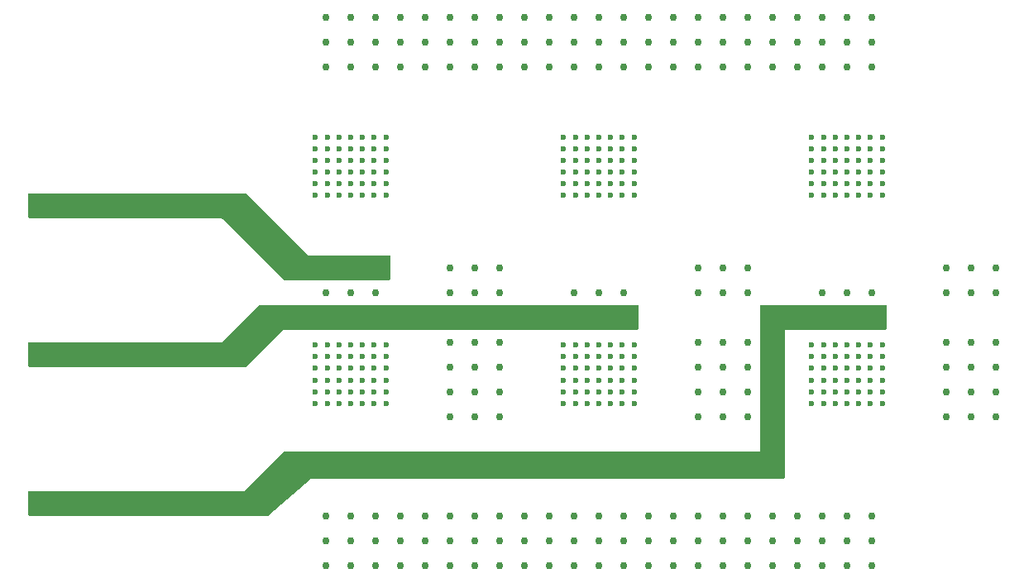
<source format=gbr>
%TF.GenerationSoftware,KiCad,Pcbnew,(7.0.0-0)*%
%TF.CreationDate,2023-06-28T09:11:26-07:00*%
%TF.ProjectId,Power Stage,506f7765-7220-4537-9461-67652e6b6963,rev?*%
%TF.SameCoordinates,Original*%
%TF.FileFunction,Copper,L3,Inr*%
%TF.FilePolarity,Positive*%
%FSLAX46Y46*%
G04 Gerber Fmt 4.6, Leading zero omitted, Abs format (unit mm)*
G04 Created by KiCad (PCBNEW (7.0.0-0)) date 2023-06-28 09:11:26*
%MOMM*%
%LPD*%
G01*
G04 APERTURE LIST*
%TA.AperFunction,ComponentPad*%
%ADD10C,0.600000*%
%TD*%
%TA.AperFunction,ViaPad*%
%ADD11C,0.762000*%
%TD*%
G04 APERTURE END LIST*
D10*
%TO.N,Net-(Q5-S)*%
%TO.C,Q6*%
X229800000Y-106960000D03*
X225000000Y-108160000D03*
X226200000Y-108160000D03*
X229800000Y-109360000D03*
X228600000Y-111760000D03*
X226200000Y-111760000D03*
X231000000Y-108160000D03*
X225000000Y-110560000D03*
X227400000Y-110560000D03*
X228600000Y-106960000D03*
X226200000Y-109360000D03*
X232200000Y-108160000D03*
X231000000Y-112960000D03*
X226200000Y-106960000D03*
X229800000Y-112960000D03*
X226200000Y-112960000D03*
X231000000Y-110560000D03*
X229800000Y-110560000D03*
X231000000Y-106960000D03*
X231000000Y-109360000D03*
X232200000Y-110560000D03*
X229800000Y-108160000D03*
X228600000Y-112960000D03*
X227400000Y-106960000D03*
X225000000Y-112960000D03*
X229800000Y-111760000D03*
X225000000Y-109360000D03*
X231000000Y-111760000D03*
X232200000Y-106960000D03*
X226200000Y-110560000D03*
X227400000Y-109360000D03*
X225000000Y-106960000D03*
X227400000Y-112960000D03*
X228600000Y-108160000D03*
X227400000Y-108160000D03*
X232200000Y-111760000D03*
X227400000Y-111760000D03*
X228600000Y-110560000D03*
X232200000Y-112960000D03*
X228600000Y-109360000D03*
X225000000Y-111760000D03*
X232200000Y-109360000D03*
%TD*%
%TO.N,VS*%
%TO.C,Q5*%
X229800000Y-85668000D03*
X225000000Y-86868000D03*
X226200000Y-86868000D03*
X229800000Y-88068000D03*
X228600000Y-90468000D03*
X226200000Y-90468000D03*
X231000000Y-86868000D03*
X225000000Y-89268000D03*
X227400000Y-89268000D03*
X228600000Y-85668000D03*
X226200000Y-88068000D03*
X232200000Y-86868000D03*
X231000000Y-91668000D03*
X226200000Y-85668000D03*
X229800000Y-91668000D03*
X226200000Y-91668000D03*
X231000000Y-89268000D03*
X229800000Y-89268000D03*
X231000000Y-85668000D03*
X231000000Y-88068000D03*
X232200000Y-89268000D03*
X229800000Y-86868000D03*
X228600000Y-91668000D03*
X227400000Y-85668000D03*
X225000000Y-91668000D03*
X229800000Y-90468000D03*
X225000000Y-88068000D03*
X231000000Y-90468000D03*
X232200000Y-85668000D03*
X226200000Y-89268000D03*
X227400000Y-88068000D03*
X225000000Y-85668000D03*
X227400000Y-91668000D03*
X228600000Y-86868000D03*
X227400000Y-86868000D03*
X232200000Y-90468000D03*
X227400000Y-90468000D03*
X228600000Y-89268000D03*
X232200000Y-91668000D03*
X228600000Y-88068000D03*
X225000000Y-90468000D03*
X232200000Y-88068000D03*
%TD*%
%TO.N,Net-(Q3-S)*%
%TO.C,Q4*%
X204400000Y-106960000D03*
X199600000Y-108160000D03*
X200800000Y-108160000D03*
X204400000Y-109360000D03*
X203200000Y-111760000D03*
X200800000Y-111760000D03*
X205600000Y-108160000D03*
X199600000Y-110560000D03*
X202000000Y-110560000D03*
X203200000Y-106960000D03*
X200800000Y-109360000D03*
X206800000Y-108160000D03*
X205600000Y-112960000D03*
X200800000Y-106960000D03*
X204400000Y-112960000D03*
X200800000Y-112960000D03*
X205600000Y-110560000D03*
X204400000Y-110560000D03*
X205600000Y-106960000D03*
X205600000Y-109360000D03*
X206800000Y-110560000D03*
X204400000Y-108160000D03*
X203200000Y-112960000D03*
X202000000Y-106960000D03*
X199600000Y-112960000D03*
X204400000Y-111760000D03*
X199600000Y-109360000D03*
X205600000Y-111760000D03*
X206800000Y-106960000D03*
X200800000Y-110560000D03*
X202000000Y-109360000D03*
X199600000Y-106960000D03*
X202000000Y-112960000D03*
X203200000Y-108160000D03*
X202000000Y-108160000D03*
X206800000Y-111760000D03*
X202000000Y-111760000D03*
X203200000Y-110560000D03*
X206800000Y-112960000D03*
X203200000Y-109360000D03*
X199600000Y-111760000D03*
X206800000Y-109360000D03*
%TD*%
%TO.N,VS*%
%TO.C,Q3*%
X204400000Y-85668000D03*
X199600000Y-86868000D03*
X200800000Y-86868000D03*
X204400000Y-88068000D03*
X203200000Y-90468000D03*
X200800000Y-90468000D03*
X205600000Y-86868000D03*
X199600000Y-89268000D03*
X202000000Y-89268000D03*
X203200000Y-85668000D03*
X200800000Y-88068000D03*
X206800000Y-86868000D03*
X205600000Y-91668000D03*
X200800000Y-85668000D03*
X204400000Y-91668000D03*
X200800000Y-91668000D03*
X205600000Y-89268000D03*
X204400000Y-89268000D03*
X205600000Y-85668000D03*
X205600000Y-88068000D03*
X206800000Y-89268000D03*
X204400000Y-86868000D03*
X203200000Y-91668000D03*
X202000000Y-85668000D03*
X199600000Y-91668000D03*
X204400000Y-90468000D03*
X199600000Y-88068000D03*
X205600000Y-90468000D03*
X206800000Y-85668000D03*
X200800000Y-89268000D03*
X202000000Y-88068000D03*
X199600000Y-85668000D03*
X202000000Y-91668000D03*
X203200000Y-86868000D03*
X202000000Y-86868000D03*
X206800000Y-90468000D03*
X202000000Y-90468000D03*
X203200000Y-89268000D03*
X206800000Y-91668000D03*
X203200000Y-88068000D03*
X199600000Y-90468000D03*
X206800000Y-88068000D03*
%TD*%
%TO.N,Net-(Q1-S)*%
%TO.C,Q2*%
X179000000Y-106960000D03*
X174200000Y-108160000D03*
X175400000Y-108160000D03*
X179000000Y-109360000D03*
X177800000Y-111760000D03*
X175400000Y-111760000D03*
X180200000Y-108160000D03*
X174200000Y-110560000D03*
X176600000Y-110560000D03*
X177800000Y-106960000D03*
X175400000Y-109360000D03*
X181400000Y-108160000D03*
X180200000Y-112960000D03*
X175400000Y-106960000D03*
X179000000Y-112960000D03*
X175400000Y-112960000D03*
X180200000Y-110560000D03*
X179000000Y-110560000D03*
X180200000Y-106960000D03*
X180200000Y-109360000D03*
X181400000Y-110560000D03*
X179000000Y-108160000D03*
X177800000Y-112960000D03*
X176600000Y-106960000D03*
X174200000Y-112960000D03*
X179000000Y-111760000D03*
X174200000Y-109360000D03*
X180200000Y-111760000D03*
X181400000Y-106960000D03*
X175400000Y-110560000D03*
X176600000Y-109360000D03*
X174200000Y-106960000D03*
X176600000Y-112960000D03*
X177800000Y-108160000D03*
X176600000Y-108160000D03*
X181400000Y-111760000D03*
X176600000Y-111760000D03*
X177800000Y-110560000D03*
X181400000Y-112960000D03*
X177800000Y-109360000D03*
X174200000Y-111760000D03*
X181400000Y-109360000D03*
%TD*%
%TO.N,VS*%
%TO.C,Q1*%
X179000000Y-85668000D03*
X174200000Y-86868000D03*
X175400000Y-86868000D03*
X179000000Y-88068000D03*
X177800000Y-90468000D03*
X175400000Y-90468000D03*
X180200000Y-86868000D03*
X174200000Y-89268000D03*
X176600000Y-89268000D03*
X177800000Y-85668000D03*
X175400000Y-88068000D03*
X181400000Y-86868000D03*
X180200000Y-91668000D03*
X175400000Y-85668000D03*
X179000000Y-91668000D03*
X175400000Y-91668000D03*
X180200000Y-89268000D03*
X179000000Y-89268000D03*
X180200000Y-85668000D03*
X180200000Y-88068000D03*
X181400000Y-89268000D03*
X179000000Y-86868000D03*
X177800000Y-91668000D03*
X176600000Y-85668000D03*
X174200000Y-91668000D03*
X179000000Y-90468000D03*
X174200000Y-88068000D03*
X180200000Y-90468000D03*
X181400000Y-85668000D03*
X175400000Y-89268000D03*
X176600000Y-88068000D03*
X174200000Y-85668000D03*
X176600000Y-91668000D03*
X177800000Y-86868000D03*
X176600000Y-86868000D03*
X181400000Y-90468000D03*
X176600000Y-90468000D03*
X177800000Y-89268000D03*
X181400000Y-91668000D03*
X177800000Y-88068000D03*
X174200000Y-90468000D03*
X181400000Y-88068000D03*
%TD*%
D11*
%TO.N,Net-(Q1-S)*%
X177800000Y-99060000D03*
X180340000Y-101600000D03*
X177800000Y-101600000D03*
X175260000Y-99060000D03*
X180340000Y-99060000D03*
X175260000Y-101600000D03*
%TO.N,Net-(Q3-S)*%
X203200000Y-104140000D03*
X205740000Y-104140000D03*
X205740000Y-101600000D03*
X200660000Y-104140000D03*
X200660000Y-101600000D03*
X203200000Y-101600000D03*
%TO.N,Net-(Q5-S)*%
X226060000Y-101600000D03*
X226060000Y-104140000D03*
X231140000Y-101600000D03*
X231140000Y-104140000D03*
X228600000Y-104140000D03*
X228600000Y-101600000D03*
%TO.N,/W_OUT*%
X238760000Y-99060000D03*
X238760000Y-101600000D03*
%TO.N,/V_OUT*%
X213360000Y-99060000D03*
X213360000Y-101600000D03*
%TO.N,/U_OUT*%
X187960000Y-99060000D03*
X187960000Y-101600000D03*
%TO.N,VS*%
X187960000Y-78486000D03*
X175260000Y-73406000D03*
X228600000Y-75946000D03*
X185420000Y-78486000D03*
X180340000Y-75946000D03*
X187960000Y-73406000D03*
X185420000Y-73406000D03*
X228600000Y-73406000D03*
X231140000Y-73406000D03*
X231140000Y-78486000D03*
X231140000Y-75946000D03*
X228600000Y-78486000D03*
X193040000Y-75946000D03*
X198120000Y-75946000D03*
X190500000Y-75946000D03*
X180340000Y-78486000D03*
X195580000Y-78486000D03*
X193040000Y-73406000D03*
X193040000Y-78486000D03*
X177800000Y-73406000D03*
X177800000Y-78486000D03*
X177800000Y-75946000D03*
X198120000Y-78486000D03*
X180340000Y-73406000D03*
X195580000Y-73406000D03*
X190500000Y-78486000D03*
X223520000Y-73406000D03*
X190500000Y-73406000D03*
X175260000Y-78486000D03*
X220980000Y-78486000D03*
X220980000Y-73406000D03*
X223520000Y-78486000D03*
X220980000Y-75946000D03*
X218440000Y-75946000D03*
X208280000Y-73406000D03*
X205740000Y-73406000D03*
X210820000Y-75946000D03*
X218440000Y-78486000D03*
X215900000Y-73406000D03*
X210820000Y-73406000D03*
X210820000Y-78486000D03*
X208280000Y-75946000D03*
X208280000Y-78486000D03*
X205740000Y-75946000D03*
X213360000Y-73406000D03*
X205740000Y-78486000D03*
X215900000Y-75946000D03*
X215900000Y-78486000D03*
X218440000Y-73406000D03*
X213360000Y-78486000D03*
X213360000Y-75946000D03*
X226060000Y-75946000D03*
X175260000Y-75946000D03*
X187960000Y-75946000D03*
X182880000Y-75946000D03*
X226060000Y-78486000D03*
X223520000Y-75946000D03*
X198120000Y-73406000D03*
X203200000Y-75946000D03*
X203200000Y-78486000D03*
X200660000Y-73406000D03*
X200660000Y-78486000D03*
X200660000Y-75946000D03*
X203200000Y-73406000D03*
X185420000Y-75946000D03*
X182880000Y-78486000D03*
X182880000Y-73406000D03*
X195580000Y-75946000D03*
X226060000Y-73406000D03*
%TO.N,GND*%
X228600000Y-124460000D03*
X231140000Y-124460000D03*
X231140000Y-129540000D03*
X231140000Y-127000000D03*
X228600000Y-129540000D03*
X228600000Y-127000000D03*
X220980000Y-124460000D03*
X226060000Y-127000000D03*
X226060000Y-129540000D03*
X223520000Y-124460000D03*
X223520000Y-129540000D03*
X223520000Y-127000000D03*
X226060000Y-124460000D03*
X220980000Y-129540000D03*
X220980000Y-127000000D03*
X213360000Y-124460000D03*
X218440000Y-127000000D03*
X218440000Y-129540000D03*
X215900000Y-124460000D03*
X215900000Y-129540000D03*
X215900000Y-127000000D03*
X218440000Y-124460000D03*
X213360000Y-129540000D03*
X213360000Y-127000000D03*
X205740000Y-124460000D03*
X210820000Y-127000000D03*
X210820000Y-129540000D03*
X208280000Y-124460000D03*
X208280000Y-129540000D03*
X208280000Y-127000000D03*
X210820000Y-124460000D03*
X205740000Y-129540000D03*
X205740000Y-127000000D03*
X198120000Y-124460000D03*
X203200000Y-127000000D03*
X203200000Y-129540000D03*
X200660000Y-124460000D03*
X200660000Y-129540000D03*
X200660000Y-127000000D03*
X203200000Y-124460000D03*
X198120000Y-129540000D03*
X198120000Y-127000000D03*
X190500000Y-124460000D03*
X195580000Y-127000000D03*
X195580000Y-129540000D03*
X193040000Y-124460000D03*
X193040000Y-129540000D03*
X193040000Y-127000000D03*
X195580000Y-124460000D03*
X190500000Y-129540000D03*
X190500000Y-127000000D03*
X182880000Y-124460000D03*
X187960000Y-127000000D03*
X187960000Y-129540000D03*
X185420000Y-124460000D03*
X185420000Y-129540000D03*
X185420000Y-127000000D03*
X187960000Y-124460000D03*
X182880000Y-129540000D03*
X182880000Y-127000000D03*
X180340000Y-124460000D03*
X180340000Y-129540000D03*
X180340000Y-127000000D03*
X177800000Y-124460000D03*
X177800000Y-129540000D03*
X177800000Y-127000000D03*
X175260000Y-124460000D03*
X175260000Y-127000000D03*
X175260000Y-129540000D03*
%TO.N,/W_OUT*%
X241300000Y-111760000D03*
X238760000Y-109220000D03*
X241300000Y-109220000D03*
X238760000Y-106680000D03*
X243840000Y-101600000D03*
X243840000Y-106680000D03*
X243840000Y-114300000D03*
X243840000Y-99060000D03*
X238760000Y-111760000D03*
X241300000Y-106680000D03*
X238760000Y-114300000D03*
X243840000Y-109220000D03*
X241300000Y-114300000D03*
X243840000Y-111760000D03*
X241300000Y-99060000D03*
X241300000Y-101600000D03*
%TO.N,/V_OUT*%
X215900000Y-99060000D03*
X213360000Y-109220000D03*
X218440000Y-101600000D03*
X215900000Y-101600000D03*
X215900000Y-114300000D03*
X218440000Y-106680000D03*
X213360000Y-106680000D03*
X218440000Y-111760000D03*
X218440000Y-114300000D03*
X218440000Y-99060000D03*
X215900000Y-111760000D03*
X215900000Y-109220000D03*
X215900000Y-106680000D03*
X213360000Y-114300000D03*
X213360000Y-111760000D03*
X218440000Y-109220000D03*
%TO.N,/U_OUT*%
X193040000Y-99060000D03*
X190500000Y-99060000D03*
X193040000Y-101600000D03*
X190500000Y-101600000D03*
X193040000Y-106680000D03*
X190500000Y-106680000D03*
X187960000Y-106680000D03*
X193040000Y-109220000D03*
X190500000Y-109220000D03*
X187960000Y-109220000D03*
X187960000Y-111760000D03*
X190500000Y-111760000D03*
X193040000Y-111760000D03*
X193040000Y-114300000D03*
X190500000Y-114300000D03*
X187960000Y-114300000D03*
%TD*%
%TA.AperFunction,Conductor*%
%TO.N,Net-(Q1-S)*%
G36*
X167128091Y-91449439D02*
G01*
X167168319Y-91476319D01*
X173482000Y-97790000D01*
X181740000Y-97790000D01*
X181802000Y-97806613D01*
X181847387Y-97852000D01*
X181864000Y-97914000D01*
X181864000Y-100206000D01*
X181847387Y-100268000D01*
X181802000Y-100313387D01*
X181740000Y-100330000D01*
X170993362Y-100330000D01*
X170945909Y-100320561D01*
X170905681Y-100293681D01*
X164600638Y-93988638D01*
X164592000Y-93980000D01*
X164579789Y-93980000D01*
X144904000Y-93980000D01*
X144842000Y-93963387D01*
X144796613Y-93918000D01*
X144780000Y-93856000D01*
X144780000Y-91564000D01*
X144796613Y-91502000D01*
X144842000Y-91456613D01*
X144904000Y-91440000D01*
X167080638Y-91440000D01*
X167128091Y-91449439D01*
G37*
%TD.AperFunction*%
%TD*%
%TA.AperFunction,Conductor*%
%TO.N,Net-(Q3-S)*%
G36*
X207202000Y-102886613D02*
G01*
X207247387Y-102932000D01*
X207264000Y-102994000D01*
X207264000Y-105286000D01*
X207247387Y-105348000D01*
X207202000Y-105393387D01*
X207140000Y-105410000D01*
X170942000Y-105410000D01*
X170933364Y-105418635D01*
X170933361Y-105418638D01*
X167168319Y-109183681D01*
X167128091Y-109210561D01*
X167080638Y-109220000D01*
X144904000Y-109220000D01*
X144842000Y-109203387D01*
X144796613Y-109158000D01*
X144780000Y-109096000D01*
X144780000Y-106804000D01*
X144796613Y-106742000D01*
X144842000Y-106696613D01*
X144904000Y-106680000D01*
X164579789Y-106680000D01*
X164592000Y-106680000D01*
X168365680Y-102906319D01*
X168405909Y-102879439D01*
X168453362Y-102870000D01*
X207140000Y-102870000D01*
X207202000Y-102886613D01*
G37*
%TD.AperFunction*%
%TD*%
%TA.AperFunction,Conductor*%
%TO.N,Net-(Q5-S)*%
G36*
X232602000Y-102886613D02*
G01*
X232647387Y-102932000D01*
X232664000Y-102994000D01*
X232664000Y-105286000D01*
X232647387Y-105348000D01*
X232602000Y-105393387D01*
X232540000Y-105410000D01*
X222250000Y-105410000D01*
X222250000Y-105426326D01*
X222250000Y-120526000D01*
X222233387Y-120588000D01*
X222188000Y-120633387D01*
X222126000Y-120650000D01*
X173736000Y-120650000D01*
X173727577Y-120657431D01*
X173727575Y-120657433D01*
X169453156Y-124428980D01*
X169414970Y-124451986D01*
X169371115Y-124460000D01*
X144904000Y-124460000D01*
X144842000Y-124443387D01*
X144796613Y-124398000D01*
X144780000Y-124336000D01*
X144780000Y-122044000D01*
X144796613Y-121982000D01*
X144842000Y-121936613D01*
X144904000Y-121920000D01*
X166865789Y-121920000D01*
X166878000Y-121920000D01*
X170905681Y-117892318D01*
X170945909Y-117865439D01*
X170993362Y-117856000D01*
X219693674Y-117856000D01*
X219710000Y-117856000D01*
X219710000Y-102994000D01*
X219726613Y-102932000D01*
X219772000Y-102886613D01*
X219834000Y-102870000D01*
X232540000Y-102870000D01*
X232602000Y-102886613D01*
G37*
%TD.AperFunction*%
%TD*%
M02*

</source>
